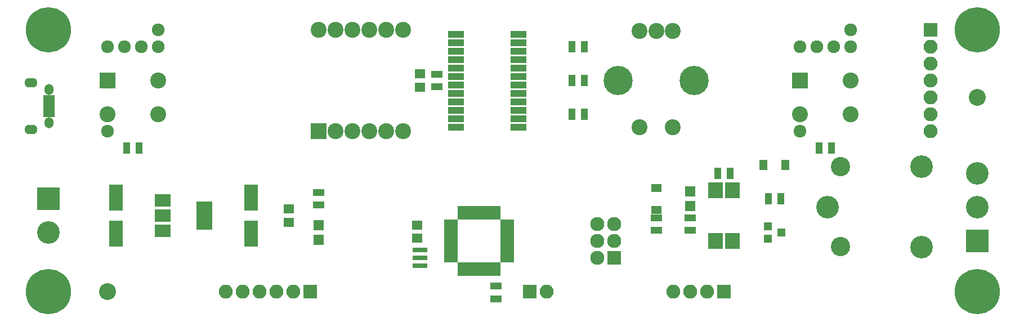
<source format=gts>
G04 #@! TF.FileFunction,Soldermask,Top*
%FSLAX46Y46*%
G04 Gerber Fmt 4.6, Leading zero omitted, Abs format (unit mm)*
G04 Created by KiCad (PCBNEW 4.0.7-e2-6376~58~ubuntu16.04.1) date Fri Oct 20 12:03:34 2017*
%MOMM*%
%LPD*%
G01*
G04 APERTURE LIST*
%ADD10C,0.100000*%
%ADD11C,2.900000*%
%ADD12C,3.400000*%
%ADD13R,2.432000X2.432000*%
%ADD14C,2.400000*%
%ADD15R,1.650000X1.400000*%
%ADD16R,2.127200X2.127200*%
%ADD17O,2.127200X2.127200*%
%ADD18R,3.400000X3.400000*%
%ADD19R,1.300000X1.200000*%
%ADD20R,1.700000X1.100000*%
%ADD21R,1.100000X1.700000*%
%ADD22C,1.924000*%
%ADD23R,2.400000X2.400000*%
%ADD24R,2.400000X1.000000*%
%ADD25R,1.600000X1.600000*%
%ADD26R,2.180000X2.400000*%
%ADD27R,2.400000X4.200000*%
%ADD28R,2.400000X1.900000*%
%ADD29R,2.100000X2.100000*%
%ADD30O,2.100000X2.100000*%
%ADD31R,2.000000X3.900000*%
%ADD32R,1.600000X1.300000*%
%ADD33R,1.300000X1.600000*%
%ADD34R,1.750000X0.800000*%
%ADD35O,1.350000X1.650000*%
%ADD36O,1.950000X1.400000*%
%ADD37C,4.400000*%
%ADD38R,2.300000X0.800000*%
%ADD39C,6.800000*%
%ADD40C,2.540000*%
%ADD41R,2.000000X0.950000*%
%ADD42R,0.950000X2.000000*%
G04 APERTURE END LIST*
D10*
D11*
X124206000Y23876000D03*
D12*
X136406000Y23876000D03*
X136456000Y11826000D03*
D11*
X124206000Y11876000D03*
D12*
X122256000Y17826000D03*
D13*
X45720000Y29210000D03*
D14*
X48260000Y29210000D03*
X50800000Y29210000D03*
X53340000Y29210000D03*
X55880000Y29210000D03*
X58420000Y29210000D03*
X53340000Y44450000D03*
X55880000Y44450000D03*
X45720000Y44450000D03*
X48260000Y44450000D03*
X58420000Y44450000D03*
X50800000Y44450000D03*
D15*
X60960000Y37830000D03*
X60960000Y35830000D03*
D16*
X90170000Y10160000D03*
D17*
X87630000Y10160000D03*
X90170000Y12700000D03*
X87630000Y12700000D03*
X90170000Y15240000D03*
X87630000Y15240000D03*
D18*
X144780000Y12700000D03*
D12*
X144780000Y17780000D03*
X144780000Y22860000D03*
D18*
X5080000Y19050000D03*
D12*
X5080000Y13970000D03*
D19*
X113300000Y14920000D03*
X113300000Y13020000D03*
X115300000Y13970000D03*
D20*
X96520000Y14290000D03*
X96520000Y16190000D03*
X63500000Y35880000D03*
X63500000Y37780000D03*
D21*
X85725000Y41910000D03*
X83825000Y41910000D03*
X85720000Y36830000D03*
X83820000Y36830000D03*
X18730000Y26670000D03*
X16830000Y26670000D03*
D20*
X101600000Y14290000D03*
X101600000Y16190000D03*
D21*
X105730000Y22860000D03*
X107630000Y22860000D03*
X113350000Y19050000D03*
X115250000Y19050000D03*
D22*
X13970000Y29210000D03*
X13970000Y41910000D03*
X16510000Y41910000D03*
X19050000Y41910000D03*
X21590000Y41910000D03*
D14*
X21590000Y36830000D03*
X21590000Y31750000D03*
X13970000Y31750000D03*
D23*
X13970000Y36830000D03*
D22*
X21590000Y44450000D03*
D24*
X75820000Y29845000D03*
X75820000Y31115000D03*
X75820000Y32385000D03*
X75820000Y33655000D03*
X75820000Y34925000D03*
X75820000Y36195000D03*
X75820000Y37465000D03*
X75820000Y38735000D03*
X75820000Y40005000D03*
X75820000Y41275000D03*
X75820000Y42545000D03*
X75820000Y43815000D03*
X66420000Y43815000D03*
X66420000Y42545000D03*
X66420000Y41275000D03*
X66420000Y40005000D03*
X66420000Y38735000D03*
X66420000Y37465000D03*
X66420000Y36195000D03*
X66420000Y34925000D03*
X66420000Y33655000D03*
X66420000Y32385000D03*
X66420000Y31115000D03*
X66420000Y29845000D03*
D25*
X101600000Y20150000D03*
X101600000Y17950000D03*
X45720000Y12870000D03*
X45720000Y15070000D03*
D20*
X45720000Y18100000D03*
X45720000Y20000000D03*
D26*
X107950000Y20320000D03*
X105410000Y12700000D03*
X105410000Y20320000D03*
X107950000Y12700000D03*
D27*
X28550000Y16510000D03*
D28*
X22250000Y16510000D03*
X22250000Y14210000D03*
X22250000Y18810000D03*
D29*
X77470000Y5080000D03*
D30*
X80010000Y5080000D03*
D20*
X72390000Y4005500D03*
X72390000Y5905500D03*
D21*
X120970000Y26670000D03*
X122870000Y26670000D03*
D22*
X118110000Y29210000D03*
X118110000Y41910000D03*
X120650000Y41910000D03*
X123190000Y41910000D03*
X125730000Y41910000D03*
D14*
X125730000Y36830000D03*
X125730000Y31750000D03*
X118110000Y31750000D03*
D23*
X118110000Y36830000D03*
D22*
X125730000Y44450000D03*
D29*
X44450000Y5080000D03*
D30*
X41910000Y5080000D03*
X39370000Y5080000D03*
X36830000Y5080000D03*
X34290000Y5080000D03*
X31750000Y5080000D03*
D31*
X15240000Y13810000D03*
X15240000Y19210000D03*
X35560000Y13810000D03*
X35560000Y19210000D03*
D32*
X96520000Y20700000D03*
X96520000Y17400000D03*
D33*
X115950000Y24130000D03*
X112650000Y24130000D03*
D34*
X5160000Y34320000D03*
X5160000Y33670000D03*
X5160000Y33020000D03*
X5160000Y32370000D03*
X5160000Y31720000D03*
D35*
X5160000Y35520000D03*
X5160000Y30520000D03*
D36*
X2460000Y36520000D03*
X2460000Y29520000D03*
D21*
X83825000Y31750000D03*
X85725000Y31750000D03*
D37*
X102220000Y36830000D03*
D14*
X94020000Y29830000D03*
X94020000Y44330000D03*
X96520000Y44330000D03*
X99020000Y44330000D03*
X99020000Y29830000D03*
D37*
X90820000Y36830000D03*
D38*
X60960000Y10160000D03*
X60960000Y8960000D03*
X60960000Y11360000D03*
D29*
X137795000Y44450000D03*
D30*
X137795000Y41910000D03*
X137795000Y39370000D03*
X137795000Y36830000D03*
X137795000Y34290000D03*
X137795000Y31750000D03*
X137795000Y29210000D03*
D39*
X5080000Y44450000D03*
X5080000Y5080000D03*
X144780000Y5080000D03*
X144780000Y44450000D03*
D40*
X13970000Y5080000D03*
X144780000Y34290000D03*
D15*
X41275000Y15510000D03*
X41275000Y17510000D03*
X60579000Y15113000D03*
X60579000Y13113000D03*
D41*
X65600000Y15500000D03*
X65600000Y14700000D03*
X65600000Y13900000D03*
X65600000Y13100000D03*
X65600000Y12300000D03*
X65600000Y11500000D03*
X65600000Y10700000D03*
X65600000Y9900000D03*
D42*
X67050000Y8450000D03*
X67850000Y8450000D03*
X68650000Y8450000D03*
X69450000Y8450000D03*
X70250000Y8450000D03*
X71050000Y8450000D03*
X71850000Y8450000D03*
X72650000Y8450000D03*
D41*
X74100000Y9900000D03*
X74100000Y10700000D03*
X74100000Y11500000D03*
X74100000Y12300000D03*
X74100000Y13100000D03*
X74100000Y13900000D03*
X74100000Y14700000D03*
X74100000Y15500000D03*
D42*
X72650000Y16950000D03*
X71850000Y16950000D03*
X71050000Y16950000D03*
X70250000Y16950000D03*
X69450000Y16950000D03*
X68650000Y16950000D03*
X67850000Y16950000D03*
X67050000Y16950000D03*
D29*
X106680000Y5080000D03*
D30*
X104140000Y5080000D03*
X101600000Y5080000D03*
X99060000Y5080000D03*
M02*

</source>
